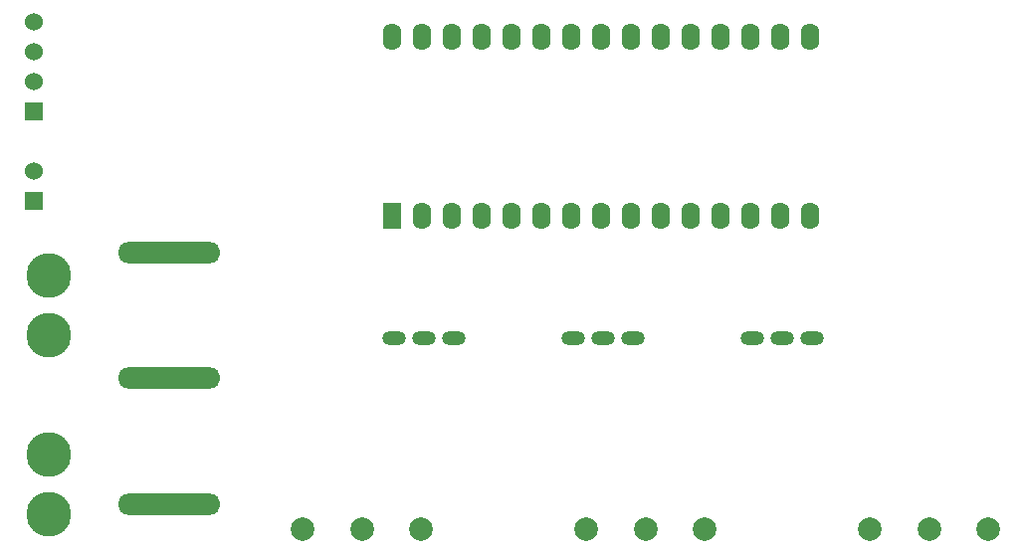
<source format=gbs>
G04 (created by PCBNEW (2013-jul-07)-stable) date Mon 01 Dez 2014 22:00:58 CET*
%MOIN*%
G04 Gerber Fmt 3.4, Leading zero omitted, Abs format*
%FSLAX34Y34*%
G01*
G70*
G90*
G04 APERTURE LIST*
%ADD10C,0.00590551*%
%ADD11C,0.0787402*%
%ADD12R,0.06X0.06*%
%ADD13C,0.06*%
%ADD14O,0.343307X0.0716535*%
%ADD15O,0.062X0.09*%
%ADD16R,0.062X0.09*%
%ADD17C,0.15*%
%ADD18O,0.0787402X0.0472441*%
G04 APERTURE END LIST*
G54D10*
G54D11*
X17531Y-26000D03*
X19500Y-26000D03*
X21468Y-26000D03*
X27031Y-26000D03*
X29000Y-26000D03*
X30968Y-26000D03*
X36531Y-26000D03*
X38500Y-26000D03*
X40468Y-26000D03*
G54D12*
X8500Y-12000D03*
G54D13*
X8500Y-11000D03*
X8500Y-10000D03*
X8500Y-9000D03*
G54D12*
X8500Y-15000D03*
G54D13*
X8500Y-14000D03*
G54D14*
X13066Y-25161D03*
X13066Y-20948D03*
X13066Y-16736D03*
G54D15*
X34500Y-9500D03*
X33500Y-9500D03*
X32500Y-9500D03*
X31500Y-9500D03*
X30500Y-9500D03*
X29500Y-9500D03*
X28500Y-9500D03*
X27500Y-9500D03*
X26500Y-9500D03*
X25500Y-9500D03*
X24500Y-9500D03*
X23500Y-9500D03*
X22500Y-9500D03*
X21500Y-9500D03*
X20500Y-9500D03*
G54D16*
X20500Y-15500D03*
G54D15*
X21500Y-15500D03*
X22500Y-15500D03*
X23500Y-15500D03*
X24500Y-15500D03*
X25500Y-15500D03*
X26500Y-15500D03*
X27500Y-15500D03*
X28500Y-15500D03*
X29500Y-15500D03*
X30500Y-15500D03*
X31500Y-15500D03*
X32500Y-15500D03*
X33500Y-15500D03*
X34500Y-15500D03*
G54D17*
X9000Y-17500D03*
X9000Y-19500D03*
X9000Y-23500D03*
X9000Y-25500D03*
G54D18*
X20574Y-19594D03*
X21574Y-19594D03*
X22574Y-19594D03*
X26574Y-19594D03*
X27574Y-19594D03*
X28574Y-19594D03*
X32574Y-19594D03*
X33574Y-19594D03*
X34574Y-19594D03*
M02*

</source>
